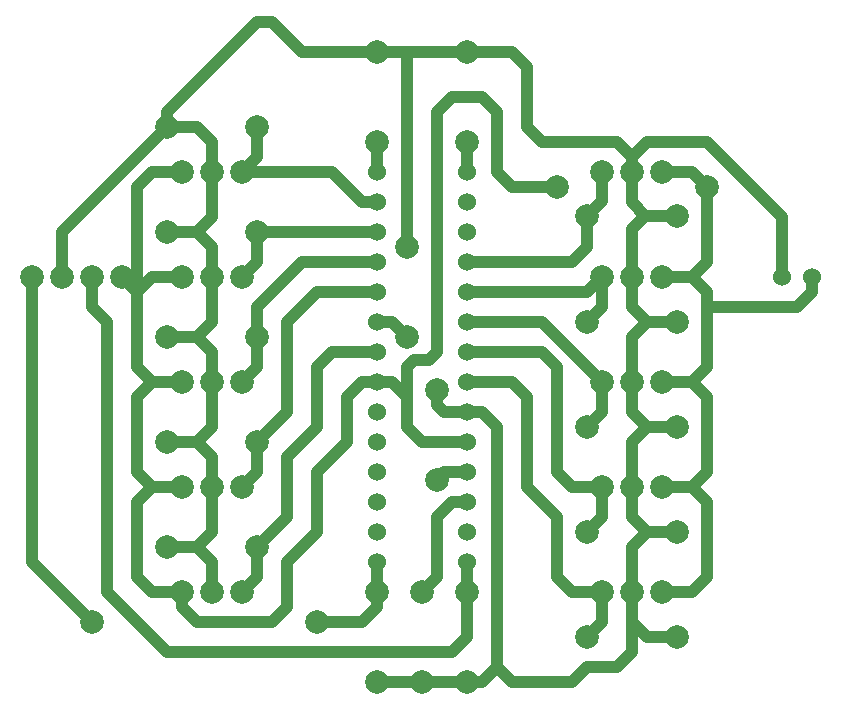
<source format=gbr>
G04 #@! TF.GenerationSoftware,KiCad,Pcbnew,(6.0.10)*
G04 #@! TF.CreationDate,2025-01-19T13:34:08+09:00*
G04 #@! TF.ProjectId,LINE____V2,4c494e45-b9ec-4fcd-9656-322e6b696361,rev?*
G04 #@! TF.SameCoordinates,Original*
G04 #@! TF.FileFunction,Copper,L1,Top*
G04 #@! TF.FilePolarity,Positive*
%FSLAX46Y46*%
G04 Gerber Fmt 4.6, Leading zero omitted, Abs format (unit mm)*
G04 Created by KiCad (PCBNEW (6.0.10)) date 2025-01-19 13:34:08*
%MOMM*%
%LPD*%
G01*
G04 APERTURE LIST*
G04 #@! TA.AperFunction,ComponentPad*
%ADD10C,2.000000*%
G04 #@! TD*
G04 #@! TA.AperFunction,ComponentPad*
%ADD11C,1.524000*%
G04 #@! TD*
G04 #@! TA.AperFunction,Conductor*
%ADD12C,1.000000*%
G04 #@! TD*
G04 APERTURE END LIST*
D10*
X13970000Y-22732501D03*
X21590000Y-22732501D03*
X13970000Y-58420000D03*
X21590000Y-58420000D03*
D11*
X-3810000Y-19050000D03*
X-3810000Y-21590000D03*
X-3810000Y-24130000D03*
X-3810000Y-26670000D03*
X-3810000Y-29210000D03*
X-3810000Y-31750000D03*
X-3810000Y-34290000D03*
X-3810000Y-36830000D03*
X-3810000Y-39370000D03*
X-3810000Y-41910000D03*
X-3810000Y-44450000D03*
X-3810000Y-46990000D03*
X-3810000Y-49530000D03*
X-3810000Y-52070000D03*
X3810000Y-52070000D03*
X3810000Y-49530000D03*
X3810000Y-46990000D03*
X3810000Y-44450000D03*
X3810000Y-41910000D03*
X3810000Y-39370000D03*
X3810000Y-36830000D03*
X3810000Y-34290000D03*
X3810000Y-31750000D03*
X3810000Y-29210000D03*
X3810000Y-26670000D03*
X3810000Y-24130000D03*
X3810000Y-21590000D03*
X3810000Y-19050000D03*
D10*
X20320000Y-45720000D03*
X17780000Y-45720000D03*
X15240000Y-45720000D03*
X-13970000Y-50800000D03*
X-21590000Y-50800000D03*
X1270000Y-37465000D03*
X1270000Y-45085000D03*
X20320000Y-19050000D03*
X17780000Y-19050000D03*
X15240000Y-19050000D03*
X3810000Y-16510000D03*
X3810000Y-8890000D03*
X-13970000Y-15240000D03*
X-21590000Y-15240000D03*
X-3810000Y-62230000D03*
X-3810000Y-54610000D03*
X13970000Y-31750000D03*
X21590000Y-31750000D03*
X3810000Y-62230000D03*
X3810000Y-54610000D03*
X-20320000Y-45720000D03*
X-17780000Y-45720000D03*
X-15240000Y-45720000D03*
X-20320000Y-19050000D03*
X-17780000Y-19050000D03*
X-15240000Y-19050000D03*
X-13970000Y-41910000D03*
X-21590000Y-41910000D03*
X-13970000Y-33020000D03*
X-21590000Y-33020000D03*
X-27940000Y-57150000D03*
X-20320000Y-27940000D03*
X-17780000Y-27940000D03*
X-15240000Y-27940000D03*
X11430000Y-20320000D03*
X-20320000Y-36830000D03*
X-17780000Y-36830000D03*
X-15240000Y-36830000D03*
X13970000Y-40640000D03*
X21590000Y-40640000D03*
X13970000Y-49530000D03*
X21590000Y-49530000D03*
X-33020000Y-27940000D03*
X-30480000Y-27940000D03*
X-27940000Y-27940000D03*
X-25400000Y-27940000D03*
X20320000Y-54610000D03*
X17780000Y-54610000D03*
X15240000Y-54610000D03*
X-8890000Y-57150000D03*
X-20320000Y-54610000D03*
X-17780000Y-54610000D03*
X-15240000Y-54610000D03*
X20320000Y-36830000D03*
X17780000Y-36830000D03*
X15240000Y-36830000D03*
X-1270000Y-33020000D03*
X-1270000Y-25400000D03*
X-13970000Y-24130000D03*
X-21590000Y-24130000D03*
X0Y-62230000D03*
X0Y-54610000D03*
X24130000Y-20320000D03*
D11*
X30480000Y-27940000D03*
X33020000Y-27940000D03*
D10*
X-3810000Y-16510000D03*
X-3810000Y-8890000D03*
X20320000Y-27940000D03*
X17780000Y-27940000D03*
X15240000Y-27940000D03*
D12*
X-7620000Y-34290000D02*
X-8890000Y-35560000D01*
X-13970000Y-50800000D02*
X-13970000Y-53340000D01*
X-8890000Y-35560000D02*
X-8890000Y-40640000D01*
X-8890000Y-40640000D02*
X-11430000Y-43180000D01*
X-11430000Y-43180000D02*
X-11430000Y-48260000D01*
X-3810000Y-34290000D02*
X-7620000Y-34290000D01*
X-13970000Y-53340000D02*
X-15240000Y-54610000D01*
X-11430000Y-48260000D02*
X-13970000Y-50800000D01*
X3810000Y-39370000D02*
X1905000Y-39370000D01*
X8890000Y-10160000D02*
X7620000Y-8890000D01*
X-17780000Y-52070000D02*
X-17780000Y-54610000D01*
X-17780000Y-22860000D02*
X-19050000Y-24130000D01*
X17780000Y-57150000D02*
X19050000Y-58420000D01*
X19050000Y-40640000D02*
X17780000Y-41910000D01*
X1905000Y-39370000D02*
X1270000Y-38735000D01*
X17780000Y-48260000D02*
X19050000Y-49530000D01*
X17780000Y-27940000D02*
X17780000Y-30480000D01*
X-17780000Y-25400000D02*
X-17780000Y-27940000D01*
X5080000Y-62230000D02*
X-3810000Y-62230000D01*
X-17780000Y-31750000D02*
X-19050000Y-33020000D01*
X-17780000Y-40640000D02*
X-19050000Y-41910000D01*
X-12700000Y-6350000D02*
X-10160000Y-8890000D01*
X-17780000Y-49530000D02*
X-19050000Y-50800000D01*
X-30480000Y-24130000D02*
X-30480000Y-27940000D01*
X17780000Y-41910000D02*
X17780000Y-45720000D01*
X-19050000Y-50800000D02*
X-17780000Y-52070000D01*
X17780000Y-21590000D02*
X17780000Y-19050000D01*
X17780000Y-30480000D02*
X19050000Y-31750000D01*
X-17780000Y-27940000D02*
X-17780000Y-31750000D01*
X19050000Y-40640000D02*
X21590000Y-40640000D01*
X17780000Y-36830000D02*
X17780000Y-39370000D01*
X-19050000Y-50800000D02*
X-21590000Y-50800000D01*
X7620000Y-8890000D02*
X3810000Y-8890000D01*
X30480000Y-22860000D02*
X30480000Y-27940000D01*
X-17780000Y-43180000D02*
X-17780000Y-49530000D01*
X-3810000Y-8890000D02*
X-1270000Y-8890000D01*
X-21590000Y-15240000D02*
X-19050000Y-15240000D01*
X-19050000Y-41910000D02*
X-21590000Y-41910000D01*
X-19050000Y-15240000D02*
X-17780000Y-16510000D01*
X5080000Y-39370000D02*
X6350000Y-40640000D01*
X-21590000Y-13970000D02*
X-21590000Y-15240000D01*
X19050000Y-49530000D02*
X21590000Y-49530000D01*
X16510000Y-16510000D02*
X10160000Y-16510000D01*
X-1270000Y-25400000D02*
X-1270000Y-8890000D01*
X-19050000Y-24130000D02*
X-21590000Y-24130000D01*
X17780000Y-27940000D02*
X17780000Y-23875002D01*
X-1270000Y-8890000D02*
X3810000Y-8890000D01*
X-10160000Y-8890000D02*
X-3810000Y-8890000D01*
X-13970000Y-6350000D02*
X-21590000Y-13970000D01*
X6350000Y-40640000D02*
X6350000Y-60960000D01*
X17780000Y-19050000D02*
X17780000Y-17780000D01*
X1270000Y-38735000D02*
X1270000Y-37465000D01*
X-19050000Y-41910000D02*
X-17780000Y-43180000D01*
X19050000Y-31750000D02*
X21590000Y-31750000D01*
X16510000Y-60960000D02*
X17780000Y-59690000D01*
X19050000Y-58420000D02*
X21590000Y-58420000D01*
X-17780000Y-36830000D02*
X-17780000Y-40640000D01*
X13970000Y-60960000D02*
X16510000Y-60960000D01*
X19050000Y-16510000D02*
X24130000Y-16510000D01*
X17780000Y-33020000D02*
X17780000Y-36830000D01*
X17780000Y-54610000D02*
X17780000Y-57150000D01*
X10160000Y-16510000D02*
X8890000Y-15240000D01*
X-19050000Y-33020000D02*
X-21590000Y-33020000D01*
X-17780000Y-19050000D02*
X-17780000Y-22860000D01*
X12700000Y-62230000D02*
X13970000Y-60960000D01*
X17780000Y-59690000D02*
X17780000Y-57150000D01*
X6350000Y-60960000D02*
X5080000Y-62230000D01*
X18922501Y-22732501D02*
X17780000Y-21590000D01*
X17780000Y-45720000D02*
X17780000Y-48260000D01*
X7620000Y-62230000D02*
X12700000Y-62230000D01*
X-17780000Y-34290000D02*
X-17780000Y-36830000D01*
X17780000Y-17780000D02*
X19050000Y-16510000D01*
X19050000Y-49530000D02*
X17780000Y-50800000D01*
X17780000Y-50800000D02*
X17780000Y-54610000D01*
X-19050000Y-33020000D02*
X-17780000Y-34290000D01*
X-21590000Y-15240000D02*
X-30480000Y-24130000D01*
X17780000Y-17780000D02*
X16510000Y-16510000D01*
X21590000Y-22732501D02*
X18922501Y-22732501D01*
X17780000Y-39370000D02*
X19050000Y-40640000D01*
X8890000Y-15240000D02*
X8890000Y-10160000D01*
X-19050000Y-24130000D02*
X-17780000Y-25400000D01*
X3810000Y-39370000D02*
X5080000Y-39370000D01*
X6350000Y-60960000D02*
X7620000Y-62230000D01*
X24130000Y-16510000D02*
X30480000Y-22860000D01*
X17780000Y-23875002D02*
X18922501Y-22732501D01*
X-13970000Y-6350000D02*
X-12700000Y-6350000D01*
X19050000Y-31750000D02*
X17780000Y-33020000D01*
X-17780000Y-16510000D02*
X-17780000Y-19050000D01*
X-2540000Y-31750000D02*
X-1270000Y-33020000D01*
X-3810000Y-31750000D02*
X-2540000Y-31750000D01*
X-8890000Y-29210000D02*
X-11430000Y-31750000D01*
X-11430000Y-39370000D02*
X-13970000Y-41910000D01*
X-13970000Y-41910000D02*
X-13970000Y-44450000D01*
X-11430000Y-31750000D02*
X-11430000Y-39370000D01*
X-3810000Y-29210000D02*
X-8890000Y-29210000D01*
X-13970000Y-44450000D02*
X-15240000Y-45720000D01*
X-3810000Y-26670000D02*
X-10160000Y-26670000D01*
X-10160000Y-26670000D02*
X-13970000Y-30480000D01*
X-13970000Y-35560000D02*
X-15240000Y-36830000D01*
X-13970000Y-33020000D02*
X-13970000Y-35560000D01*
X-13970000Y-30480000D02*
X-13970000Y-33020000D01*
X-13970000Y-24130000D02*
X-3810000Y-24130000D01*
X-13970000Y-24130000D02*
X-13970000Y-26670000D01*
X-13970000Y-26670000D02*
X-15240000Y-27940000D01*
X-5080000Y-21590000D02*
X-3810000Y-21590000D01*
X-13970000Y-15240000D02*
X-13970000Y-17780000D01*
X-13970000Y-17780000D02*
X-15240000Y-19050000D01*
X-7620000Y-19050000D02*
X-5080000Y-21590000D01*
X-15240000Y-19050000D02*
X-7620000Y-19050000D01*
X-3810000Y-16510000D02*
X-3810000Y-19050000D01*
X-3810000Y-55880000D02*
X-5080000Y-57150000D01*
X-5080000Y-57150000D02*
X-8890000Y-57150000D01*
X-33020000Y-52070000D02*
X-27940000Y-57150000D01*
X-33020000Y-27940000D02*
X-33020000Y-52070000D01*
X-3810000Y-54610000D02*
X-3810000Y-52070000D01*
X-3810000Y-54610000D02*
X-3810000Y-55880000D01*
X3810000Y-16510000D02*
X3810000Y-19050000D01*
X1270000Y-53340000D02*
X0Y-54610000D01*
X3810000Y-46990000D02*
X2540000Y-46990000D01*
X2540000Y-46990000D02*
X1270000Y-48260000D01*
X1270000Y-48260000D02*
X1270000Y-53340000D01*
X3810000Y-26670000D02*
X12700000Y-26670000D01*
X15240000Y-21462501D02*
X13970000Y-22732501D01*
X13970000Y-25400000D02*
X13970000Y-22732501D01*
X12700000Y-26670000D02*
X13970000Y-25400000D01*
X15240000Y-19050000D02*
X15240000Y-21462501D01*
X1905000Y-44450000D02*
X1270000Y-45085000D01*
X3810000Y-44450000D02*
X1905000Y-44450000D01*
X15240000Y-30480000D02*
X13970000Y-31750000D01*
X3810000Y-29210000D02*
X13970000Y-29210000D01*
X15240000Y-27940000D02*
X15240000Y-30480000D01*
X13970000Y-29210000D02*
X15240000Y-27940000D01*
X3810000Y-58420000D02*
X3810000Y-54610000D01*
X-27940000Y-27940000D02*
X-27940000Y-30480000D01*
X-26670000Y-31750000D02*
X-26670000Y-54610000D01*
X3810000Y-54610000D02*
X3810000Y-52070000D01*
X2540000Y-59690000D02*
X3810000Y-58420000D01*
X-21590000Y-59690000D02*
X2540000Y-59690000D01*
X-27940000Y-30480000D02*
X-26670000Y-31750000D01*
X-26670000Y-54610000D02*
X-21590000Y-59690000D01*
X10160000Y-31750000D02*
X15240000Y-36830000D01*
X15240000Y-39370000D02*
X15240000Y-36830000D01*
X13970000Y-40640000D02*
X15240000Y-39370000D01*
X3810000Y-31750000D02*
X10160000Y-31750000D01*
X10160000Y-34290000D02*
X11430000Y-35560000D01*
X15240000Y-48260000D02*
X13970000Y-49530000D01*
X12700000Y-45720000D02*
X15240000Y-45720000D01*
X3810000Y-34290000D02*
X10160000Y-34290000D01*
X11430000Y-44450000D02*
X12700000Y-45720000D01*
X15240000Y-45720000D02*
X15240000Y-48260000D01*
X11430000Y-35560000D02*
X11430000Y-44450000D01*
X7620000Y-36830000D02*
X8890000Y-38100000D01*
X11430000Y-53340000D02*
X12700000Y-54610000D01*
X12700000Y-54610000D02*
X15240000Y-54610000D01*
X15240000Y-54610000D02*
X15240000Y-57150000D01*
X3810000Y-36830000D02*
X7620000Y-36830000D01*
X11430000Y-48260000D02*
X11430000Y-53340000D01*
X8890000Y-38100000D02*
X8890000Y-45720000D01*
X8890000Y-45720000D02*
X11430000Y-48260000D01*
X15240000Y-57150000D02*
X13970000Y-58420000D01*
X24130000Y-30480000D02*
X24130000Y-35560000D01*
X-22860000Y-36830000D02*
X-24130000Y-35560000D01*
X-22860000Y-45720000D02*
X-20320000Y-45720000D01*
X22860000Y-36830000D02*
X20320000Y-36830000D01*
X-24130000Y-44450000D02*
X-24130000Y-38100000D01*
X24130000Y-44450000D02*
X22860000Y-45720000D01*
X24130000Y-24130000D02*
X24130000Y-26670000D01*
X1270000Y-34290000D02*
X635000Y-34925000D01*
X-24130000Y-20320000D02*
X-22860000Y-19050000D01*
X24130000Y-35560000D02*
X22860000Y-36830000D01*
X24130000Y-46990000D02*
X24130000Y-53340000D01*
X7620000Y-20320000D02*
X6350000Y-19050000D01*
X22860000Y-54610000D02*
X20320000Y-54610000D01*
X-20320000Y-54610000D02*
X-22860000Y-54610000D01*
X22860000Y-19050000D02*
X24130000Y-20320000D01*
X5080000Y-12700000D02*
X2540000Y-12700000D01*
X24130000Y-20320000D02*
X24130000Y-24130000D01*
X-24130000Y-35560000D02*
X-24130000Y-29210000D01*
X-11430000Y-52070000D02*
X-11430000Y-55880000D01*
X-1270000Y-40640000D02*
X0Y-41910000D01*
X-2540000Y-36830000D02*
X-1270000Y-38100000D01*
X-24130000Y-53340000D02*
X-24130000Y-46990000D01*
X22860000Y-27940000D02*
X24130000Y-29210000D01*
X635000Y-34925000D02*
X-635000Y-34925000D01*
X-22860000Y-19050000D02*
X-20320000Y-19050000D01*
X31750000Y-30480000D02*
X24130000Y-30480000D01*
X-24130000Y-29210000D02*
X-22860000Y-27940000D01*
X-3810000Y-36830000D02*
X-2540000Y-36830000D01*
X-6350000Y-38100000D02*
X-6350000Y-41910000D01*
X-8890000Y-49530000D02*
X-11430000Y-52070000D01*
X-22860000Y-54610000D02*
X-24130000Y-53340000D01*
X-1270000Y-38100000D02*
X-1270000Y-40640000D01*
X11430000Y-20320000D02*
X7620000Y-20320000D01*
X-20320000Y-55880000D02*
X-20320000Y-54610000D01*
X-12700000Y-57150000D02*
X-19050000Y-57150000D01*
X22860000Y-45720000D02*
X24130000Y-46990000D01*
X-22860000Y-45720000D02*
X-24130000Y-44450000D01*
X-24130000Y-46990000D02*
X-22860000Y-45720000D01*
X20320000Y-19050000D02*
X22860000Y-19050000D01*
X24130000Y-53340000D02*
X22860000Y-54610000D01*
X0Y-41910000D02*
X3810000Y-41910000D01*
X2540000Y-12700000D02*
X1270000Y-13970000D01*
X-1270000Y-35560000D02*
X-1270000Y-38100000D01*
X-635000Y-34925000D02*
X-1270000Y-35560000D01*
X6350000Y-13970000D02*
X5080000Y-12700000D01*
X33020000Y-27940000D02*
X33020000Y-29210000D01*
X-5080000Y-36830000D02*
X-6350000Y-38100000D01*
X-24130000Y-29210000D02*
X-24130000Y-20320000D01*
X-22860000Y-27940000D02*
X-20320000Y-27940000D01*
X24130000Y-38100000D02*
X24130000Y-44450000D01*
X24130000Y-29210000D02*
X24130000Y-30480000D01*
X-3810000Y-36830000D02*
X-5080000Y-36830000D01*
X6350000Y-19050000D02*
X6350000Y-13970000D01*
X-24130000Y-38100000D02*
X-22860000Y-36830000D01*
X22860000Y-45720000D02*
X20320000Y-45720000D01*
X-22860000Y-36830000D02*
X-20320000Y-36830000D01*
X22860000Y-27940000D02*
X20320000Y-27940000D01*
X-19050000Y-57150000D02*
X-20320000Y-55880000D01*
X22860000Y-36830000D02*
X24130000Y-38100000D01*
X1270000Y-13970000D02*
X1270000Y-34290000D01*
X-6350000Y-41910000D02*
X-8890000Y-44450000D01*
X33020000Y-29210000D02*
X31750000Y-30480000D01*
X-25400000Y-27940000D02*
X-24130000Y-29210000D01*
X-11430000Y-55880000D02*
X-12700000Y-57150000D01*
X-8890000Y-44450000D02*
X-8890000Y-49530000D01*
X24130000Y-26670000D02*
X22860000Y-27940000D01*
M02*

</source>
